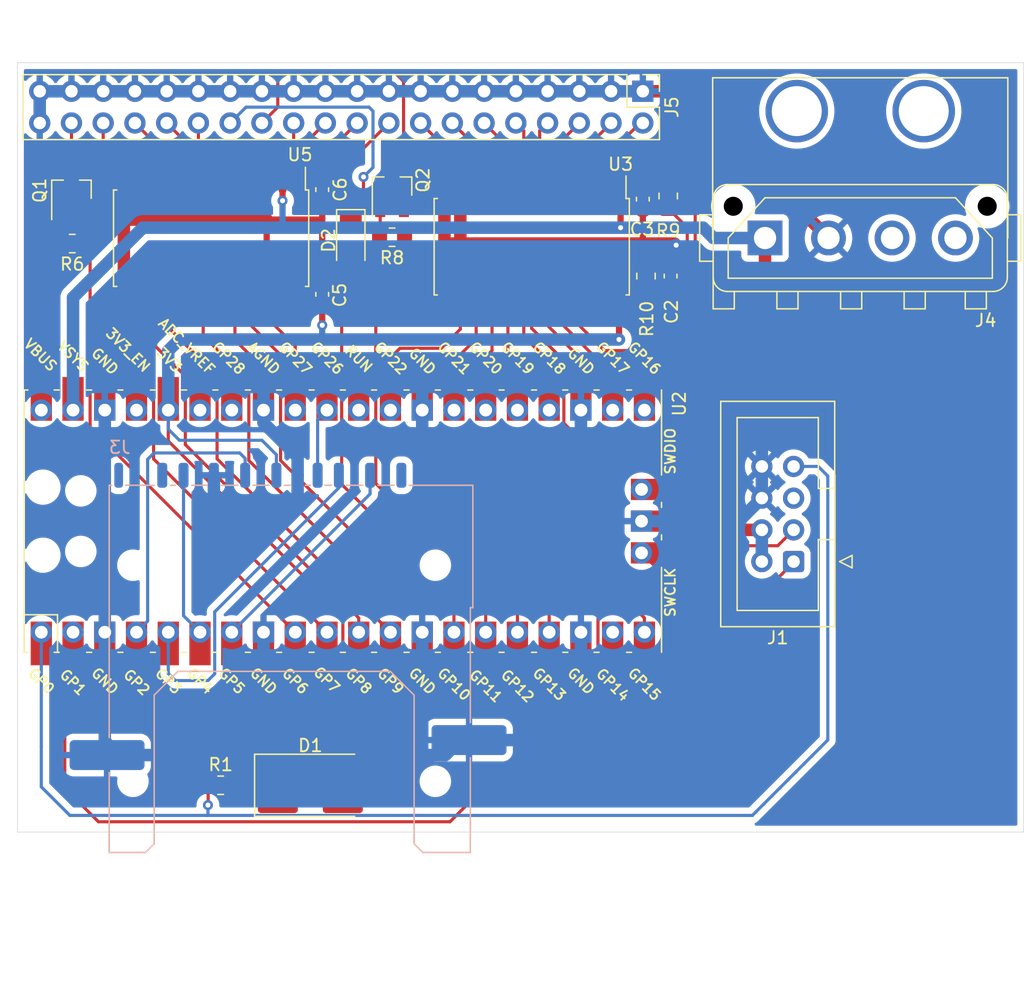
<source format=kicad_pcb>
(kicad_pcb (version 20211014) (generator pcbnew)
  (layers (0 "F.Cu" signal) (31 "B.Cu" signal) (34 "B.Paste" user) (35 "F.Paste" user) (36 "B.SilkS" user "B.Silkscreen") (37 "F.SilkS" user "F.Silkscreen") (38 "B.Mask" user) (39 "F.Mask" user) (44 "Edge.Cuts" user))
  (net 0 "")
  (net 1 "GND")
  (net 2 "+3V3")
  (net 3 "/D7")
  (net 4 "/D6")
  (net 5 "/D5")
  (net 6 "/D4")
  (net 7 "/D3")
  (net 8 "/D2")
  (net 9 "/D1")
  (net 10 "/D0")
  (net 11 "/WAIT")
  (net 12 "/INTAK")
  (net 13 "/RESET")
  (net 14 "/NMI")
  (net 15 "/A1")
  (net 16 "/A0")
  (net 17 "/OE")
  (net 18 "/DIR")
  (net 19 "/DRVSEL")
  (net 20 "/RDNMI")
  (net 21 "/WRNMI")
  (net 22 "/DISKOUT")
  (net 23 "/DISKIN")
  (net 24 "Net-(Q1-Pad1)")
  (net 25 "Net-(Q2-Pad1)")
  (net 26 "/DAT0_MISO")
  (net 27 "/CLK_SCLK")
  (net 28 "/CMD_MOSI")
  (net 29 "/DAT3_CS")
  (net 30 "/SWDIO")
  (net 31 "/SWCLK")
  (net 32 "Net-(U2-Pad35)")
  (net 33 "Net-(U2-Pad37)")
  (net 34 "Net-(U2-Pad40)")
  (net 35 "/D0'")
  (net 36 "/D1'")
  (net 37 "/D2'")
  (net 38 "/D3'")
  (net 39 "/D4'")
  (net 40 "/D5'")
  (net 41 "/D6'")
  (net 42 "/D7'")
  (net 43 "/DEBUG_TXD")
  (net 44 "/DISKIN'")
  (net 45 "/DISKOUT'")
  (net 46 "/WRNMI'")
  (net 47 "/RDNMI'")
  (net 48 "/DRVSEL'")
  (net 49 "/A0'")
  (net 50 "/A1'")
  (net 51 "/RESET'")
  (net 52 "/CD")
  (net 53 "/WAIT'")
  (net 54 "/NMI'")
  (net 55 "+5V")
  (net 56 "Net-(U2-Pad30)")
  (net 57 "Net-(D1-Pad1)")
  (footprint "Package_SO:SOIC-24W_7.5x15.4mm_P1.27mm" (layer "F.Cu") (at 153.416 72.898 -90)
    (fp_text reference "U3")
    (fp_text value "SN74LVCC4245ADWR")
  )
  (footprint "Package_TO_SOT_SMD:SOT-23_Handsoldering" (layer "F.Cu") (at 116.586 68.326 90)
    (fp_text reference "Q1")
    (fp_text value "SBC817-40LT1G")
  )
  (footprint "Resistor_SMD:R_0805_2012Metric_Pad1.20x1.40mm_HandSolder" (layer "F.Cu") (at 116.6495 72.644 180)
    (fp_text reference "R6")
    (fp_text value "1k")
  )
  (footprint "Resistor_SMD:R_0805_2012Metric_Pad1.20x1.40mm_HandSolder" (layer "F.Cu") (at 142.24 72.136 180)
    (fp_text reference "R8")
    (fp_text value "1k")
  )
  (footprint "Package_SO:SOIC-24W_7.5x15.4mm_P1.27mm" (layer "F.Cu") (at 127.762 72.214 -90)
    (fp_text reference "U5")
    (fp_text value "SN74LVCC4245ADWR")
  )
  (footprint "Package_TO_SOT_SMD:SOT-23_Handsoldering" (layer "F.Cu") (at 142.24 68.072 90)
    (fp_text reference "Q2")
    (fp_text value "SBC817-40LT1G")
  )
  (footprint "Resistor_SMD:R_0805_2012Metric_Pad1.20x1.40mm_HandSolder" (layer "F.Cu") (at 164.338 68.834 90)
    (fp_text reference "R9")
    (fp_text value "4.7k")
  )
  (footprint "Resistor_SMD:R_0805_2012Metric_Pad1.20x1.40mm_HandSolder" (layer "F.Cu") (at 162.56 75.2475 90)
    (fp_text reference "R10")
    (fp_text value "4.7k")
  )
  (footprint "Capacitor_SMD:C_0603_1608Metric_Pad1.08x0.95mm_HandSolder" (layer "F.Cu") (at 164.5285 75.2475 90)
    (fp_text reference "C2")
    (fp_text value "100nF")
  )
  (footprint "Capacitor_SMD:C_0603_1608Metric_Pad1.08x0.95mm_HandSolder" (layer "F.Cu") (at 162.306 69.088 -90)
    (fp_text reference "C3")
    (fp_text value "100nF")
  )
  (footprint "Capacitor_SMD:C_0603_1608Metric_Pad1.08x0.95mm_HandSolder" (layer "F.Cu") (at 136.652 76.708 90)
    (fp_text reference "C5")
    (fp_text value "100nF")
  )
  (footprint "Capacitor_SMD:C_0603_1608Metric_Pad1.08x0.95mm_HandSolder" (layer "F.Cu") (at 136.652 68.326 -90)
    (fp_text reference "C6")
    (fp_text value "100nF")
  )
  (footprint "Diode_SMD:D_1206_3216Metric_Pad1.42x1.75mm_HandSolder" (layer "F.Cu") (at 138.938 72.39 -90)
    (fp_text reference "D2")
    (fp_text value "BAT54GWJ")
  )
  (footprint "Connector_PinHeader_2.54mm:PinHeader_2x20_P2.54mm_Vertical" (layer "F.Cu") (at 162.306 60.452 -90)
    (fp_text reference "J5")
    (fp_text value "Conn_02x20_Odd_Even")
  )
  (footprint "Connector_IDC:IDC-Header_2x04_P2.54mm_Vertical" (layer "F.Cu") (at 174.371 98.1075 180)
    (fp_text reference "J1")
    (fp_text value "Conn_02x04_Odd_Even")
  )
  (footprint "FDC:TE_MATE-N-LOK_350211-1_1x04_P5.08mm_Horizontal" (layer "F.Cu") (at 187.325 72.1995 180)
    (fp_text reference "J4")
    (fp_text value "Conn_01x04_Female")
  )
  (footprint "PiPico:RPi_Pico_SMD_TH" (layer "F.Cu") (at 138.303 94.869 90)
    (fp_text reference "U2")
    (fp_text value "Pico")
  )
  (footprint "LED_SMD:LED_2816_7142Metric_Pad3.20x4.45mm_HandSolder" (layer "F.Cu") (at 135.6995 116.0145)
    (fp_text reference "D1")
    (fp_text value "LED")
  )
  (footprint "Resistor_SMD:R_0805_2012Metric_Pad1.20x1.40mm_HandSolder" (layer "F.Cu") (at 128.524 116.0145 180)
    (fp_text reference "R1")
    (fp_text value "100")
  )
  (footprint "Connector_Card:SD_Kyocera_145638109511859+" (layer "B.Cu") (at 133.604 103.6955 180)
    (fp_text reference "J3")
    (fp_text value "SD_Card")
  )
  (gr_line (start 112.268 119.761) (end 192.786 119.761) (layer "Edge.Cuts") (width 0.05))
  (gr_line (start 192.786 119.761) (end 192.786 58.166) (layer "Edge.Cuts") (width 0.05))
  (gr_line (start 112.268 58.166) (end 192.786 58.166) (layer "Edge.Cuts") (width 0.05))
  (gr_line (start 112.268 58.166) (end 112.268 119.761) (layer "Edge.Cuts") (width 0.05))
  (segment (start 165.4175 60.452) (end 162.306 60.452) (width 1) (layer "F.Cu") (net 1))
  (segment (start 143.19 69.572) (end 146.3915 69.572) (width 1) (layer "F.Cu") (net 1))
  (segment (start 147.6375 72.644) (end 146.431 72.644) (width 1) (layer "F.Cu") (net 1))
  (segment (start 162.306 72.644) (end 162.306 72.263) (width 0.5) (layer "F.Cu") (net 1))
  (segment (start 132.207 70.724502) (end 122.061498 70.724502) (width 1) (layer "F.Cu") (net 1))
  (segment (start 132.207 73.8505) (end 132.207 70.724502) (width 0.5) (layer "F.Cu") (net 1))
  (segment (start 177.165 72.1995) (end 165.4175 60.452) (width 1) (layer "F.Cu") (net 1))
  (segment (start 164.391 74.2475) (end 164.5285 74.385) (width 0.25) (layer "F.Cu") (net 1))
  (segment (start 132.207 76.864) (end 132.207 73.8505) (width 0.5) (layer "F.Cu") (net 1))
  (segment (start 136.652 73.8505) (end 136.652 70.612) (width 0.5) (layer "F.Cu") (net 1))
  (segment (start 146.3915 69.572) (end 146.431 69.5325) (width 1) (layer "F.Cu") (net 1))
  (segment (start 162.306 72.644) (end 147.6375 72.644) (width 1) (layer "F.Cu") (net 1))
  (segment (start 120.777 70.739) (end 120.777 69.723) (width 1) (layer "F.Cu") (net 1))
  (segment (start 122.047 70.710004) (end 122.061498 70.724502) (width 1) (layer "F.Cu") (net 1))
  (segment (start 120.791498 70.724502) (end 120.777 70.739) (width 1) (layer "F.Cu") (net 1))
  (segment (start 117.536 69.834) (end 120.666 69.834) (width 1) (layer "F.Cu") (net 1))
  (segment (start 147.701 72.5805) (end 147.6375 72.644) (width 1) (layer "F.Cu") (net 1))
  (segment (start 119.253 80.137) (end 119.253 85.979) (width 1) (layer "F.Cu") (net 1))
  (segment (start 162.306 72.644) (end 162.306 73.9935) (width 0.5) (layer "F.Cu") (net 1))
  (segment (start 146.431 77.548) (end 146.431 72.644) (width 1) (layer "F.Cu") (net 1))
  (segment (start 147.701 68.248) (end 147.701 72.5805) (width 1) (layer "F.Cu") (net 1))
  (segment (start 122.061498 70.724502) (end 120.791498 70.724502) (width 1) (layer "F.Cu") (net 1))
  (segment (start 164.846 72.644) (end 164.973 72.771) (width 0.5) (layer "F.Cu") (net 1))
  (segment (start 132.207 70.724502) (end 136.539498 70.724502) (width 0.5) (layer "F.Cu") (net 1))
  (segment (start 122.047 67.564) (end 122.047 70.710004) (width 1) (layer "F.Cu") (net 1))
  (segment (start 162.306 73.9935) (end 162.56 74.2475) (width 0.5) (layer "F.Cu") (net 1))
  (segment (start 120.777 67.564) (end 120.777 69.723) (width 1) (layer "F.Cu") (net 1))
  (segment (start 136.539498 70.724502) (end 136.652 70.612) (width 0.5) (layer "F.Cu") (net 1))
  (segment (start 136.652 75.8455) (end 136.652 73.8505) (width 0.5) (layer "F.Cu") (net 1))
  (segment (start 162.306 72.263) (end 162.306 69.863) (width 0.5) (layer "F.Cu") (net 1))
  (segment (start 120.777 69.723) (end 120.666 69.834) (width 0.5) (layer "F.Cu") (net 1))
  (segment (start 136.652 70.612) (end 136.652 69.1885) (width 0.5) (layer "F.Cu") (net 1))
  (segment (start 146.431 69.5325) (end 146.431 72.644) (width 1) (layer "F.Cu") (net 1))
  (segment (start 120.777 76.864) (end 120.777 78.613) (width 1) (layer "F.Cu") (net 1))
  (segment (start 162.306 72.644) (end 164.846 72.644) (width 1) (layer "F.Cu") (net 1))
  (segment (start 120.777 78.613) (end 119.253 80.137) (width 1) (layer "F.Cu") (net 1))
  (segment (start 146.431 68.248) (end 146.431 69.5325) (width 1) (layer "F.Cu") (net 1))
  (segment (start 120.777 76.864) (end 120.777 70.739) (width 1) (layer "F.Cu") (net 1))
  (segment (start 162.56 74.2475) (end 164.391 74.2475) (width 0.25) (layer "F.Cu") (net 1))
  (via (at 164.973 72.771) (size 0.8) (drill 0.4) (layers "F.Cu" "B.Cu") (net 1))
  (segment (start 164.02 112.3955) (end 167.005 109.4105) (width 1) (layer "B.Cu") (net 1))
  (segment (start 144.653 85.979) (end 144.653 88.3285) (width 1) (layer "B.Cu") (net 1))
  (segment (start 164.973 72.771) (end 166.624 74.422) (width 1) (layer "B.Cu") (net 1))
  (segment (start 116.586 60.452) (end 119.126 60.452) (width 1) (layer "B.Cu") (net 1))
  (segment (start 119.253 112.4945) (end 120.354 113.5955) (width 1) (layer "B.Cu") (net 1))
  (segment (start 152.146 60.452) (end 154.686 60.452) (width 1) (layer "B.Cu") (net 1))
  (segment (start 136.906 60.452) (end 139.446 60.452) (width 1) (layer "B.Cu") (net 1))
  (segment (start 147.066 60.452) (end 149.606 60.452) (width 1) (layer "B.Cu") (net 1))
  (segment (start 149.606 60.452) (end 152.146 60.452) (width 1) (layer "B.Cu") (net 1))
  (segment (start 132.715 81.8515) (end 144.018 81.8515) (width 1) (layer "B.Cu") (net 1))
  (segment (start 129.286 60.452) (end 131.826 60.452) (width 1) (layer "B.Cu") (net 1))
  (segment (start 131.953 85.979) (end 131.953 86.995) (width 1) (layer "B.Cu") (net 1))
  (segment (start 127.984 93.186) (end 127.984 91.1955) (width 1) (layer "B.Cu") (net 1))
  (segment (start 114.046 60.452) (end 116.586 60.452) (width 1) (layer "B.Cu") (net 1))
  (segment (start 144.526 60.452) (end 147.066 60.452) (width 1) (layer "B.Cu") (net 1))
  (segment (start 157.353 88.392) (end 171.7675 88.392) (width 1) (layer "B.Cu") (net 1))
  (segment (start 154.686 60.452) (end 157.226 60.452) (width 1) (layer "B.Cu") (net 1))
  (segment (start 171.831 90.4875) (end 171.831 88.3285) (width 1) (layer "B.Cu") (net 1))
  (segment (start 134.684 89.726) (end 134.684 91.1955) (width 1) (layer "B.Cu") (net 1))
  (segment (start 157.353 85.979) (end 157.353 88.392) (width 1) (layer "B.Cu") (net 1))
  (segment (start 144.659 113.5955) (end 146.504 113.5955) (width 1) (layer "B.Cu") (net 1))
  (segment (start 171.831 88.3285) (end 171.831 85.2805) (width 1) (layer "B.Cu") (net 1))
  (segment (start 171.7675 88.392) (end 171.831 88.3285) (width 1) (layer "B.Cu") (net 1))
  (segment (start 126.746 60.452) (end 129.286 60.452) (width 1) (layer "B.Cu") (net 1))
  (segment (start 162.203 94.869) (end 167.005 94.869) (width 1) (layer "B.Cu") (net 1))
  (segment (start 131.953 113.526) (end 131.8835 113.5955) (width 1) (layer "B.Cu") (net 1))
  (segment (start 131.826 60.452) (end 134.366 60.452) (width 1) (layer "B.Cu") (net 1))
  (segment (start 119.253 103.759) (end 119.253 107.7595) (width 1) (layer "B.Cu") (net 1))
  (segment (start 133.858 93.98) (end 128.778 93.98) (width 1) (layer "B.Cu") (net 1))
  (segment (start 139.446 60.452) (end 141.986 60.452) (width 1) (layer "B.Cu") (net 1))
  (segment (start 146.504 113.5955) (end 147.704 112.3955) (width 1) (layer "B.Cu") (net 1))
  (segment (start 131.953 82.6135) (end 132.715 81.8515) (width 1) (layer "B.Cu") (net 1))
  (segment (start 167.005 94.869) (end 169.9895 94.869) (width 1) (layer "B.Cu") (net 1))
  (segment (start 144.653 88.3285) (end 144.7165 88.392) (width 1) (layer "B.Cu") (net 1))
  (segment (start 120.354 113.5955) (end 131.8835 113.5955) (width 1) (layer "B.Cu") (net 1))
  (segment (start 119.253 85.979) (end 119.253 103.759) (width 1) (layer "B.Cu") (net 1))
  (segment (start 144.653 82.4865) (end 144.653 85.979) (width 1) (layer "B.Cu") (net 1))
  (segment (start 144.653 113.5895) (end 144.659 113.5955) (width 1) (layer "B.Cu") (net 1))
  (segment (start 121.666 60.452) (end 124.206 60.452) (width 1) (layer "B.Cu") (net 1))
  (segment (start 167.005 109.4105) (end 167.005 94.869) (width 1) (layer "B.Cu") (net 1))
  (segment (start 134.684 91.1955) (end 134.684 93.154) (width 1) (layer "B.Cu") (net 1))
  (segment (start 157.4795 112.3955) (end 164.02 112.3955) (width 1) (layer "B.Cu") (net 1))
  (segment (start 131.953 85.979) (end 131.953 82.6135) (width 1) (layer "B.Cu") (net 1))
  (segment (start 157.226 60.452) (end 159.766 60.452) (width 1) (layer "B.Cu") (net 1))
  (segment (start 134.366 60.452) (end 136.906 60.452) (width 1) (layer "B.Cu") (net 1))
  (segment (start 128.778 93.98) (end 127.984 93.186) (width 1) (layer "B.Cu") (net 1))
  (segment (start 171.831 85.2805) (end 166.624 80.0735) (width 1) (layer "B.Cu") (net 1))
  (segment (start 131.953 103.759) (end 131.953 113.526) (width 1) (layer "B.Cu") (net 1))
  (segment (start 157.353 112.269) (end 157.4795 112.3955) (width 1) (layer "B.Cu") (net 1))
  (segment (start 114.046 62.992) (end 114.046 60.452) (width 1) (layer "B.Cu") (net 1))
  (segment (start 171.831 93.0275) (end 171.831 90.4875) (width 1) (layer "B.Cu") (net 1))
  (segment (start 157.353 103.759) (end 157.353 112.269) (width 1) (layer "B.Cu") (net 1))
  (segment (start 144.653 103.759) (end 144.653 113.5895) (width 1) (layer "B.Cu") (net 1))
  (segment (start 132.4035 113.5955) (end 144.659 113.5955) (width 1) (layer "B.Cu") (net 1))
  (segment (start 131.953 86.995) (end 134.684 89.726) (width 1) (layer "B.Cu") (net 1))
  (segment (start 131.8835 113.5955) (end 132.4035 113.5955) (width 1) (layer "B.Cu") (net 1))
  (segment (start 141.986 60.452) (end 144.526 60.452) (width 1) (layer "B.Cu") (net 1))
  (segment (start 119.126 60.452) (end 121.666 60.452) (width 1) (layer "B.Cu") (net 1))
  (segment (start 144.018 81.8515) (end 144.653 82.4865) (width 1) (layer "B.Cu") (net 1))
  (segment (start 144.7165 88.392) (end 157.353 88.392) (width 1) (layer "B.Cu") (net 1))
  (segment (start 169.9895 94.869) (end 171.831 93.0275) (width 1) (layer "B.Cu") (net 1))
  (segment (start 166.624 74.422) (end 166.624 80.0735) (width 1) (layer "B.Cu") (net 1))
  (segment (start 147.704 112.3955) (end 157.4795 112.3955) (width 1) (layer "B.Cu") (net 1))
  (segment (start 119.253 107.7595) (end 119.253 112.4945) (width 1) (layer "B.Cu") (net 1))
  (segment (start 159.766 60.452) (end 162.306 60.452) (width 1) (layer "B.Cu") (net 1))
  (segment (start 134.684 93.154) (end 133.858 93.98) (width 1) (layer "B.Cu") (net 1))
  (segment (start 124.206 60.452) (end 126.746 60.452) (width 1) (layer "B.Cu") (net 1))
  (segment (start 124.333 88.454) (end 138.303 102.424) (width 0.25) (layer "F.Cu") (net 2))
  (segment (start 138.303 116.011) (end 138.2995 116.0145) (width 0.25) (layer "F.Cu") (net 2))
  (segment (start 160.401 77.548) (end 163.9425 77.548) (width 0.25) (layer "F.Cu") (net 2))
  (segment (start 165.862 75.3745) (end 165.862 71.358) (width 0.25) (layer "F.Cu") (net 2))
  (segment (start 135.4535 77.5705) (end 134.747 76.864) (width 0.5) (layer "F.Cu") (net 2))
  (segment (start 164.5285 76.11) (end 165.1265 76.11) (width 0.25) (layer "F.Cu") (net 2))
  (segment (start 164.5285 76.962) (end 164.5285 76.11) (width 0.25) (layer "F.Cu") (net 2))
  (segment (start 160.401 77.548) (end 160.401 80.3275) (width 0.5) (layer "F.Cu") (net 2))
  (segment (start 165.1265 76.11) (end 165.862 75.3745) (width 0.25) (layer "F.Cu") (net 2))
  (segment (start 124.333 85.979) (end 124.333 88.454) (width 0.25) (layer "F.Cu") (net 2))
  (segment (start 133.477 76.864) (end 134.747 76.864) (width 0.5) (layer "F.Cu") (net 2))
  (segment (start 160.401 77.548) (end 159.131 77.548) (width 0.5) (layer "F.Cu") (net 2))
  (segment (start 165.862 71.358) (end 164.338 69.834) (width 0.25) (layer "F.Cu") (net 2))
  (segment (start 138.303 102.424) (end 138.303 116.011) (width 0.25) (layer "F.Cu") (net 2))
  (segment (start 136.652 77.5705) (end 135.4535 77.5705) (width 0.5) (layer "F.Cu") (net 2))
  (segment (start 163.9425 77.548) (end 164.5285 76.962) (width 0.25) (layer "F.Cu") (net 2))
  (segment (start 136.652 77.5705) (end 136.652 79.1845) (width 0.5) (layer "F.Cu") (net 2))
  (via (at 160.401 80.3275) (size 0.8) (drill 0.4) (layers "F.Cu" "B.Cu") (net 2))
  (via (at 136.652 79.1845) (size 0.8) (drill 0.4) (layers "F.Cu" "B.Cu") (net 2))
  (segment (start 132.984 89.55) (end 132.984 91.1955) (width 0.25) (layer "B.Cu") (net 2))
  (segment (start 131.826 88.392) (end 132.984 89.55) (width 0.25) (layer "B.Cu") (net 2))
  (segment (start 125.222 88.392) (end 131.826 88.392) (width 0.25) (layer "B.Cu") (net 2))
  (segment (start 124.333 81.2165) (end 124.333 85.979) (width 1) (layer "B.Cu") (net 2))
  (segment (start 136.652 80.3275) (end 125.222 80.3275) (width 1) (layer "B.Cu") (net 2))
  (segment (start 124.333 85.979) (end 124.333 87.503) (width 0.25) (layer "B.Cu") (net 2))
  (segment (start 124.333 87.503) (end 125.222 88.392) (width 0.25) (layer "B.Cu") (net 2))
  (segment (start 160.401 80.3275) (end 136.652 80.3275) (width 1) (layer "B.Cu") (net 2))
  (segment (start 125.222 80.3275) (end 124.333 81.2165) (width 1) (layer "B.Cu") (net 2))
  (segment (start 136.652 79.1845) (end 136.652 80.3275) (width 0.5) (layer "B.Cu") (net 2))
  (segment (start 148.971 67.437) (end 144.526 62.992) (width 0.25) (layer "F.Cu") (net 3))
  (segment (start 148.971 68.248) (end 148.971 67.437) (width 0.25) (layer "F.Cu") (net 3))
  (segment (start 150.241 66.167) (end 147.066 62.992) (width 0.25) (layer "F.Cu") (net 4))
  (segment (start 150.241 68.248) (end 150.241 66.167) (width 0.25) (layer "F.Cu") (net 4))
  (segment (start 151.511 64.897) (end 149.606 62.992) (width 0.25) (layer "F.Cu") (net 5))
  (segment (start 151.511 68.248) (end 151.511 64.897) (width 0.25) (layer "F.Cu") (net 5))
  (segment (start 152.781 68.248) (end 152.781 63.627) (width 0.25) (layer "F.Cu") (net 6))
  (segment (start 152.781 63.627) (end 152.146 62.992) (width 0.25) (layer "F.Cu") (net 6))
  (segment (start 154.051 68.248) (end 154.051 63.627) (width 0.25) (layer "F.Cu") (net 7))
  (segment (start 154.051 63.627) (end 154.686 62.992) (width 0.25) (layer "F.Cu") (net 7))
  (segment (start 155.321 64.897) (end 157.226 62.992) (width 0.25) (layer "F.Cu") (net 8))
  (segment (start 155.321 68.248) (end 155.321 64.897) (width 0.25) (layer "F.Cu") (net 8))
  (segment (start 156.591 66.167) (end 159.766 62.992) (width 0.25) (layer "F.Cu") (net 9))
  (segment (start 156.591 68.248) (end 156.591 66.167) (width 0.25) (layer "F.Cu") (net 9))
  (segment (start 157.861 68.248) (end 157.861 67.223) (width 0.25) (layer "F.Cu") (net 10))
  (segment (start 162.092 62.992) (end 162.306 62.992) (width 0.25) (layer "F.Cu") (net 10))
  (segment (start 157.861 67.223) (end 162.092 62.992) (width 0.25) (layer "F.Cu") (net 10))
  (segment (start 116.586 66.826) (end 116.586 62.992) (width 0.25) (layer "F.Cu") (net 11))
  (segment (start 126.746 65.786) (end 126.746 62.992) (width 0.25) (layer "F.Cu") (net 12))
  (segment (start 127.127 66.167) (end 126.746 65.786) (width 0.25) (layer "F.Cu") (net 12))
  (segment (start 127.127 66.167) (end 127.127 67.564) (width 0.25) (layer "F.Cu") (net 12))
  (segment (start 139.954 69.342) (end 139.954 67.31) (width 0.25) (layer "F.Cu") (net 13))
  (segment (start 138.938 70.74) (end 138.938 70.358) (width 0.25) (layer "F.Cu") (net 13))
  (segment (start 138.938 70.358) (end 139.954 69.342) (width 0.25) (layer "F.Cu") (net 13))
  (via (at 139.954 67.31) (size 0.8) (drill 0.4) (layers "F.Cu" "B.Cu") (net 13))
  (segment (start 129.286 62.992) (end 130.556 61.722) (width 0.25) (layer "B.Cu") (net 13))
  (segment (start 140.3985 61.722) (end 140.716 62.0395) (width 0.25) (layer "B.Cu") (net 13))
  (segment (start 140.716 62.0395) (end 140.716 66.548) (width 0.25) (layer "B.Cu") (net 13))
  (segment (start 130.556 61.722) (end 140.3985 61.722) (width 0.25) (layer "B.Cu") (net 13))
  (segment (start 140.716 66.548) (end 139.954 67.31) (width 0.25) (layer "B.Cu") (net 13))
  (segment (start 133.096 59.4995) (end 133.096 61.722) (width 0.25) (layer "F.Cu") (net 14))
  (segment (start 143.161001 59.658501) (end 142.5575 59.055) (width 0.25) (layer "F.Cu") (net 14))
  (segment (start 143.161001 65.650999) (end 143.161001 59.658501) (width 0.25) (layer "F.Cu") (net 14))
  (segment (start 133.5405 59.055) (end 133.096 59.4995) (width 0.25) (layer "F.Cu") (net 14))
  (segment (start 142.5575 59.055) (end 133.5405 59.055) (width 0.25) (layer "F.Cu") (net 14))
  (segment (start 142.24 66.572) (end 143.161001 65.650999) (width 0.25) (layer "F.Cu") (net 14))
  (segment (start 133.096 61.722) (end 131.826 62.992) (width 0.25) (layer "F.Cu") (net 14))
  (segment (start 134.112 64.77) (end 134.366 64.516) (width 0.25) (layer "F.Cu") (net 15))
  (segment (start 134.366 64.516) (end 134.366 62.992) (width 0.25) (layer "F.Cu") (net 15))
  (segment (start 129.794 64.77) (end 134.112 64.77) (width 0.25) (layer "F.Cu") (net 15))
  (segment (start 128.397 66.167) (end 129.794 64.77) (width 0.25) (layer "F.Cu") (net 15))
  (segment (start 128.397 67.564) (end 128.397 66.167) (width 0.25) (layer "F.Cu") (net 15))
  (segment (start 134.67799 65.22001) (end 136.906 62.992) (width 0.25) (layer "F.Cu") (net 16))
  (segment (start 130.61399 65.22001) (end 134.67799 65.22001) (width 0.25) (layer "F.Cu") (net 16))
  (segment (start 129.667 66.167) (end 130.61399 65.22001) (width 0.25) (layer "F.Cu") (net 16))
  (segment (start 129.667 67.564) (end 129.667 66.167) (width 0.25) (layer "F.Cu") (net 16))
  (segment (start 116.051499 116.241999) (end 118.745 118.9355) (width 0.25) (layer "F.Cu") (net 17))
  (segment (start 158.717999 89.756999) (end 155.988001 87.027001) (width 0.25) (layer "F.Cu") (net 17))
  (segment (start 158.18601 76.19799) (end 162.51049 76.19799) (width 0.25) (layer "F.Cu") (net 17))
  (segment (start 157.861 76.523) (end 158.18601 76.19799) (width 0.25) (layer "F.Cu") (net 17))
  (segment (start 116.713 103.759) (end 116.051499 104.420501) (width 0.25) (layer "F.Cu") (net 17))
  (segment (start 153.40601 76.20999) (end 154.051 75.565) (width 0.25) (layer "F.Cu") (net 17))
  (segment (start 162.51049 76.19799) (end 162.56 76.2475) (width 0.25) (layer "F.Cu") (net 17))
  (segment (start 155.988001 82.010501) (end 153.40601 79.42851) (width 0.25) (layer "F.Cu") (net 17))
  (segment (start 118.745 118.9355) (end 146.874998 118.9355) (width 0.25) (layer "F.Cu") (net 17))
  (segment (start 157.4165 75.565) (end 157.861 76.0095) (width 0.25) (layer "F.Cu") (net 17))
  (segment (start 146.874998 118.9355) (end 158.717999 107.092499) (width 0.25) (layer "F.Cu") (net 17))
  (segment (start 158.717999 107.092499) (end 158.717999 89.756999) (width 0.25) (layer "F.Cu") (net 17))
  (segment (start 116.051499 104.420501) (end 116.051499 116.241999) (width 0.25) (layer "F.Cu") (net 17))
  (segment (start 155.988001 87.027001) (end 155.988001 82.010501) (width 0.25) (layer "F.Cu") (net 17))
  (segment (start 157.861 76.0095) (end 157.861 77.548) (width 0.25) (layer "F.Cu") (net 17))
  (segment (start 154.051 75.565) (end 157.4165 75.565) (width 0.25) (layer "F.Cu") (net 17))
  (segment (start 157.861 77.548) (end 157.861 76.523) (width 0.25) (layer "F.Cu") (net 17))
  (segment (start 153.40601 79.42851) (end 153.40601 76.20999) (width 0.25) (layer "F.Cu") (net 17))
  (segment (start 160.147 90.551) (end 161.3535 89.3445) (width 0.25) (layer "F.Cu") (net 18))
  (segment (start 165.5445 89.3445) (end 166.497 88.392) (width 0.25) (layer "F.Cu") (net 18))
  (segment (start 164.7825 103.124) (end 160.147 98.4885) (width 0.25) (layer "F.Cu") (net 18))
  (segment (start 166.497 68.707) (end 165.624 67.834) (width 0.25) (layer "F.Cu") (net 18))
  (segment (start 165.624 67.834) (end 164.338 67.834) (width 0.25) (layer "F.Cu") (net 18))
  (segment (start 160.147 98.4885) (end 160.147 90.551) (width 0.25) (layer "F.Cu") (net 18))
  (segment (start 160.528 107.569) (end 164.084 107.569) (width 0.25) (layer "F.Cu") (net 18))
  (segment (start 159.766 66.294) (end 164.084 66.294) (width 0.25) (layer "F.Cu") (net 18))
  (segment (start 159.131 66.929) (end 159.766 66.294) (width 0.25) (layer "F.Cu") (net 18))
  (segment (start 159.893 103.759) (end 159.893 106.934) (width 0.25) (layer "F.Cu") (net 18))
  (segment (start 159.893 106.934) (end 160.528 107.569) (width 0.25) (layer "F.Cu") (net 18))
  (segment (start 164.7825 106.8705) (end 164.7825 103.124) (width 0.25) (layer "F.Cu") (net 18))
  (segment (start 164.084 107.569) (end 164.7825 106.8705) (width 0.25) (layer "F.Cu") (net 18))
  (segment (start 164.338 66.548) (end 164.338 67.834) (width 0.25) (layer "F.Cu") (net 18))
  (segment (start 166.497 88.392) (end 166.497 68.707) (width 0.25) (layer "F.Cu") (net 18))
  (segment (start 161.3535 89.3445) (end 165.5445 89.3445) (width 0.25) (layer "F.Cu") (net 18))
  (segment (start 159.131 68.248) (end 159.131 66.929) (width 0.25) (layer "F.Cu") (net 18))
  (segment (start 164.084 66.294) (end 164.338 66.548) (width 0.25) (layer "F.Cu") (net 18))
  (segment (start 121.802 65.024) (end 119.634 65.024) (width 0.25) (layer "F.Cu") (net 19))
  (segment (start 123.317 66.539) (end 121.802 65.024) (width 0.25) (layer "F.Cu") (net 19))
  (segment (start 119.126 64.516) (end 119.126 62.992) (width 0.25) (layer "F.Cu") (net 19))
  (segment (start 123.317 67.564) (end 123.317 66.539) (width 0.25) (layer "F.Cu") (net 19))
  (segment (start 119.634 65.024) (end 119.126 64.516) (width 0.25) (layer "F.Cu") (net 19))
  (segment (start 124.587 67.564) (end 124.587 65.913) (width 0.25) (layer "F.Cu") (net 20))
  (segment (start 124.587 65.913) (end 121.666 62.992) (width 0.25) (layer "F.Cu") (net 20))
  (segment (start 125.857 67.564) (end 125.857 64.643) (width 0.25) (layer "F.Cu") (net 21))
  (segment (start 125.857 64.643) (end 124.206 62.992) (width 0.25) (layer "F.Cu") (net 21))
  (segment (start 130.937 67.564) (end 130.937 66.30502) (width 0.25) (layer "F.Cu") (net 22))
  (segment (start 131.572 65.67002) (end 136.76798 65.67002) (width 0.25) (layer "F.Cu") (net 22))
  (segment (start 136.76798 65.67002) (end 139.446 62.992) (width 0.25) (layer "F.Cu") (net 22))
  (segment (start 130.937 66.30502) (end 131.572 65.67002) (width 0.25) (layer "F.Cu") (net 22))
  (segment (start 138.857971 66.120029) (end 132.334 66.12003) (width 0.25) (layer "F.Cu") (net 23))
  (segment (start 132.334 66.12003) (end 132.207 66.24703) (width 0.25) (layer "F.Cu") (net 23))
  (segment (start 141.986 62.992) (end 138.857971 66.120029) (width 0.25) (layer "F.Cu") (net 23))
  (segment (start 132.207 66.24703) (end 132.207 67.564) (width 0.25) (layer "F.Cu") (net 23))
  (segment (start 115.636 72.6305) (end 115.6495 72.644) (width 0.25) (layer "F.Cu") (net 24))
  (segment (start 115.636 69.826) (end 115.636 72.6305) (width 0.25) (layer "F.Cu") (net 24))
  (segment (start 141.29 72.086) (end 141.24 72.136) (width 0.25) (layer "F.Cu") (net 25))
  (segment (start 141.29 69.572) (end 141.29 72.086) (width 0.25) (layer "F.Cu") (net 25))
  (segment (start 126.873 103.759) (end 125.554 102.44) (width 0.25) (layer "B.Cu") (net 26))
  (segment (start 125.554 102.44) (end 125.554 91.1955) (width 0.25) (layer "B.Cu") (net 26))
  (segment (start 130.484 91.1955) (end 130.484 89.844) (width 0.25) (layer "B.Cu") (net 27))
  (segment (start 122.682 89.916) (end 122.682 102.87) (width 0.25) (layer "B.Cu") (net 27))
  (segment (start 130.484 89.844) (end 130.048 89.408) (width 0.25) (layer "B.Cu") (net 27))
  (segment (start 123.19 89.408) (end 122.682 89.916) (width 0.25) (layer "B.Cu") (net 27))
  (segment (start 130.048 89.408) (end 123.19 89.408) (width 0.25) (layer "B.Cu") (net 27))
  (segment (start 122.682 102.87) (end 121.793 103.759) (width 0.25) (layer "B.Cu") (net 27))
  (segment (start 127.508 107.6325) (end 124.9045 107.6325) (width 0.25) (layer "B.Cu") (net 28))
  (segment (start 128.048001 107.092499) (end 127.508 107.6325) (width 0.25) (layer "B.Cu") (net 28))
  (segment (start 137.984 91.1955) (end 137.984 92.1955) (width 0.25) (layer "B.Cu") (net 28))
  (segment (start 124.9045 107.6325) (end 124.333 107.061) (width 0.25) (layer "B.Cu") (net 28))
  (segment (start 124.333 107.061) (end 124.333 103.759) (width 0.25) (layer "B.Cu") (net 28))
  (segment (start 137.984 92.1955) (end 128.048001 102.131499) (width 0.25) (layer "B.Cu") (net 28))
  (segment (start 128.048001 102.131499) (end 128.048001 107.092499) (width 0.25) (layer "B.Cu") (net 28))
  (segment (start 140.484 92.688) (end 140.484 91.1955) (width 0.25) (layer "B.Cu") (net 29))
  (segment (start 129.413 103.759) (end 140.484 92.688) (width 0.25) (layer "B.Cu") (net 29))
  (segment (start 174.371 95.5675) (end 173.101 96.8375) (width 0.25) (layer "F.Cu") (net 30))
  (segment (start 173.101 96.8375) (end 168.256502 96.8375) (width 0.25) (layer "F.Cu") (net 30))
  (segment (start 163.748002 92.329) (end 162.203 92.329) (width 0.25) (layer "F.Cu") (net 30))
  (segment (start 168.256502 96.8375) (end 163.748002 92.329) (width 0.25) (layer "F.Cu") (net 30))
  (segment (start 174.371 98.171) (end 172.6565 99.8855) (width 0.25) (layer "F.Cu") (net 31))
  (segment (start 174.371 98.1075) (end 174.371 98.171) (width 0.25) (layer "F.Cu") (net 31))
  (segment (start 172.6565 99.8855) (end 164.6795 99.8855) (width 0.25) (layer "F.Cu") (net 31))
  (segment (start 164.6795 99.8855) (end 162.203 97.409) (width 0.25) (layer "F.Cu") (net 31))
  (segment (start 162.433 102.616) (end 159.3215 99.5045) (width 0.25) (layer "F.Cu") (net 35))
  (segment (start 159.3215 99.5045) (end 159.3215 89.789) (width 0.25) (layer "F.Cu") (net 35))
  (segment (start 159.2345 81.2165) (end 163.6395 81.2165) (width 0.25) (layer "F.Cu") (net 35))
  (segment (start 163.6395 81.2165) (end 164.2745 81.8515) (width 0.25) (layer "F.Cu") (net 35))
  (segment (start 160.782 88.3285) (end 163.3855 88.3285) (width 0.25) (layer "F.Cu") (net 35))
  (segment (start 156.591 78.573) (end 159.2345 81.2165) (width 0.25) (layer "F.Cu") (net 35))
  (segment (start 163.3855 88.3285) (end 164.2745 87.4395) (width 0.25) (layer "F.Cu") (net 35))
  (segment (start 159.3215 89.789) (end 160.782 88.3285) (width 0.25) (layer "F.Cu") (net 35))
  (segment (start 164.2745 81.8515) (end 164.2745 87.4395) (width 0.25) (layer "F.Cu") (net 35))
  (segment (start 156.591 77.548) (end 156.591 78.573) (width 0.25) (layer "F.Cu") (net 35))
  (segment (start 162.433 103.759) (end 162.433 102.616) (width 0.25) (layer "F.Cu") (net 35))
  (segment (start 155.321 77.548) (end 155.321 78.573) (width 0.25) (layer "F.Cu") (net 36))
  (segment (start 162.433 82.3595) (end 162.433 85.979) (width 0.25) (layer "F.Cu") (net 36))
  (segment (start 161.74001 81.66651) (end 162.433 82.3595) (width 0.25) (layer "F.Cu") (net 36))
  (segment (start 155.321 78.573) (end 158.41451 81.66651) (width 0.25) (layer "F.Cu") (net 36))
  (segment (start 158.41451 81.66651) (end 161.74001 81.66651) (width 0.25) (layer "F.Cu") (net 36))
  (segment (start 159.893 82.804) (end 159.893 85.979) (width 0.25) (layer "F.Cu") (net 37))
  (segment (start 154.051 78.573) (end 157.8375 82.3595) (width 0.25) (layer "F.Cu") (net 37))
  (segment (start 159.4485 82.3595) (end 159.893 82.804) (width 0.25) (layer "F.Cu") (net 37))
  (segment (start 157.8375 82.3595) (end 159.4485 82.3595) (width 0.25) (layer "F.Cu") (net 37))
  (segment (start 154.051 77.548) (end 154.051 78.573) (width 0.25) (layer "F.Cu") (net 37))
  (segment (start 152.781 77.548) (end 152.781 80.0735) (width 0.25) (layer "F.Cu") (net 38))
  (segment (start 154.813 82.1055) (end 154.813 85.979) (width 0.25) (layer "F.Cu") (net 38))
  (segment (start 152.781 80.0735) (end 154.813 82.1055) (width 0.25) (layer "F.Cu") (net 38))
  (segment (start 152.273 82.1055) (end 152.273 85.979) (width 0.25) (layer "F.Cu") (net 39))
  (segment (start 151.511 77.548) (end 151.511 81.3435) (width 0.25) (layer "F.Cu") (net 39))
  (segment (start 151.511 81.3435) (end 152.273 82.1055) (width 0.25) (layer "F.Cu") (net 39))
  (segment (start 149.733 81.7245) (end 149.733 85.979) (width 0.25) (layer "F.Cu") (net 40))
  (segment (start 150.241 77.548) (end 150.241 81.2165) (width 0.25) (layer "F.Cu") (net 40))
  (segment (start 150.241 81.2165) (end 149.733 81.7245) (width 0.25) (layer "F.Cu") (net 40))
  (segment (start 147.193 82.042) (end 147.193 85.979) (width 0.25) (layer "F.Cu") (net 41))
  (segment (start 148.971 80.264) (end 147.193 82.042) (width 0.25) (layer "F.Cu") (net 41))
  (segment (start 148.971 77.548) (end 148.971 80.264) (width 0.25) (layer "F.Cu") (net 41))
  (segment (start 147.701 77.548) (end 147.701 79.502) (width 0.25) (layer "F.Cu") (net 42))
  (segment (start 142.113 81.788) (end 142.113 85.979) (width 0.25) (layer "F.Cu") (net 42))
  (segment (start 142.875 81.026) (end 142.113 81.788) (width 0.25) (layer "F.Cu") (net 42))
  (segment (start 146.177 81.026) (end 142.875 81.026) (width 0.25) (layer "F.Cu") (net 42))
  (segment (start 147.701 79.502) (end 146.177 81.026) (width 0.25) (layer "F.Cu") (net 42))
  (segment (start 127.524 117.586) (end 127.508 117.602) (width 0.25) (layer "F.Cu") (net 43))
  (segment (start 127.524 116.0145) (end 127.524 117.586) (width 0.25) (layer "F.Cu") (net 43))
  (via (at 127.508 117.602) (size 0.8) (drill 0.4) (layers "F.Cu" "B.Cu") (net 43))
  (segment (start 177.10701 91.25501) (end 176.3395 90.4875) (width 0.25) (layer "B.Cu") (net 43))
  (segment (start 114.173 116.1415) (end 116.459 118.4275) (width 0.25) (layer "B.Cu") (net 43))
  (segment (start 176.3395 90.4875) (end 174.371 90.4875) (width 0.25) (layer "B.Cu") (net 43))
  (segment (start 127.508 117.602) (end 127.508 118.364) (width 0.25) (layer "B.Cu") (net 43))
  (segment (start 171.07041 118.4275) (end 177.10701 112.3909) (width 0.25) (layer "B.Cu") (net 43))
  (segment (start 114.173 103.759) (end 114.173 112.903) (width 0.25) (layer "B.Cu") (net 43))
  (segment (start 177.10701 112.3909) (end 177.10701 91.25501) (width 0.25) (layer "B.Cu") (net 43))
  (segment (start 116.459 118.4275) (end 127.4445 118.4275) (width 0.25) (layer "B.Cu") (net 43))
  (segment (start 127.4445 118.4275) (end 171.07041 118.4275) (width 0.25) (layer "B.Cu") (net 43))
  (segment (start 127.508 118.364) (end 127.4445 118.4275) (width 0.25) (layer "B.Cu") (net 43))
  (segment (start 114.173 112.903) (end 114.173 116.1415) (width 0.25) (layer "B.Cu") (net 43))
  (segment (start 133.317999 81.565499) (end 130.937 79.1845) (width 0.25) (layer "F.Cu") (net 44))
  (segment (start 130.937 79.1845) (end 130.937 76.864) (width 0.25) (layer "F.Cu") (net 44))
  (segment (start 139.3698 96.0628) (end 133.317999 90.010999) (width 0.25) (layer "F.Cu") (net 44))
  (segment (start 133.317999 90.010999) (end 133.317999 81.565499) (width 0.25) (layer "F.Cu") (net 44))
  (segment (start 149.733 103.759) (end 149.733 99.2505) (width 0.25) (layer "F.Cu") (net 44))
  (segment (start 146.5453 96.0628) (end 139.3698 96.0628) (width 0.25) (layer "F.Cu") (net 44))
  (segment (start 149.733 99.2505) (end 146.5453 96.0628) (width 0.25) (layer "F.Cu") (net 44))
  (segment (start 129.667 80.3625) (end 129.667 76.864) (width 0.25) (layer "F.Cu") (net 45))
  (segment (start 130.777999 90.010999) (end 130.777999 81.473499) (width 0.25) (layer "F.Cu") (net 45))
  (segment (start 147.193 103.759) (end 147.193 101.981) (width 0.25) (layer "F.Cu") (net 45))
  (segment (start 141.9098 101.1428) (end 130.777999 90.010999) (width 0.25) (layer "F.Cu") (net 45))
  (segment (start 146.3548 101.1428) (end 141.9098 101.1428) (width 0.25) (layer "F.Cu") (net 45))
  (segment (start 130.777999 81.473499) (end 129.667 80.3625) (width 0.25) (layer "F.Cu") (net 45))
  (segment (start 147.193 101.981) (end 146.3548 101.1428) (width 0.25) (layer "F.Cu") (net 45))
  (segment (start 128.237999 83.258997) (end 128.237999 89.883999) (width 0.25) (layer "F.Cu") (net 46))
  (segment (start 124.587 76.864) (end 124.587 79.607998) (width 0.25) (layer "F.Cu") (net 46))
  (segment (start 124.587 79.607998) (end 128.237999 83.258997) (width 0.25) (layer "F.Cu") (net 46))
  (segment (start 128.237999 89.883999) (end 142.113 103.759) (width 0.25) (layer "F.Cu") (net 46))
  (segment (start 125.697999 83.258997) (end 125.697999 88.740999) (width 0.25) (layer "F.Cu") (net 47))
  (segment (start 123.317 80.877998) (end 125.697999 83.258997) (width 0.25) (layer "F.Cu") (net 47))
  (segment (start 125.697999 88.740999) (end 139.573 102.616) (width 0.25) (layer "F.Cu") (net 47))
  (segment (start 123.317 76.864) (end 123.317 80.877998) (width 0.25) (layer "F.Cu") (net 47))
  (segment (start 139.573 102.616) (end 139.573 103.759) (width 0.25) (layer "F.Cu") (net 47))
  (segment (start 122.047 82.147998) (end 123.157999 83.258997) (width 0.25) (layer "F.Cu") (net 48))
  (segment (start 123.157999 83.258997) (end 123.157999 89.883999) (width 0.25) (layer "F.Cu") (net 48))
  (segment (start 122.047 76.864) (end 122.047 82.147998) (width 0.25) (layer "F.Cu") (net 48))
  (segment (start 123.157999 89.883999) (end 137.033 103.759) (width 0.25) (layer "F.Cu") (net 48))
  (segment (start 131.56201 75.17401) (end 131.1275 74.7395) (width 0.25) (layer "F.Cu") (net 49))
  (segment (start 131.1275 74.7395) (end 128.8415 74.7395) (width 0.25) (layer "F.Cu") (net 49))
  (segment (start 131.56201 77.915778) (end 131.56201 75.17401) (width 0.25) (layer "F.Cu") (net 49))
  (segment (start 134.493 85.979) (end 134.493 80.846768) (width 0.25) (layer "F.Cu") (net 49))
  (segment (start 128.8415 74.7395) (end 128.397 75.184) (width 0.25) (layer "F.Cu") (net 49))
  (segment (start 134.493 80.846768) (end 131.56201 77.915778) (width 0.25) (layer "F.Cu") (net 49))
  (segment (start 128.397 75.184) (end 128.397 76.864) (width 0.25) (layer "F.Cu") (net 49))
  (segment (start 127.127 76.864) (end 127.127 80.01) (width 0.25) (layer "F.Cu") (net 50))
  (segment (start 129.413 82.296) (end 129.413 85.979) (width 0.25) (layer "F.Cu") (net 50))
  (segment (start 127.127 80.01) (end 129.413 82.296) (width 0.25) (layer "F.Cu") (net 50))
  (segment (start 138.208001 78.701501) (end 138.938 77.971502) (width 0.25) (layer "F.Cu") (net 51))
  (segment (start 152.273 103.759) (end 152.273 98.425) (width 0.25) (layer "F.Cu") (net 51))
  (segment (start 152.273 98.425) (end 149.1488 95.3008) (width 0.25) (layer "F.Cu") (net 51))
  (segment (start 149.1488 95.3008) (end 141.5923 95.3008) (width 0.25) (layer "F.Cu") (net 51))
  (segment (start 138.208001 91.916501) (end 138.208001 78.701501) (width 0.25) (layer "F.Cu") (net 51))
  (segment (start 141.5923 95.3008) (end 138.208001 91.916501) (width 0.25) (layer "F.Cu") (net 51))
  (segment (start 138.938 77.971502) (end 138.938 73.8775) (width 0.25) (layer "F.Cu") (net 51))
  (segment (start 136.284 91.1955) (end 136.284 86.728) (width 0.25) (layer "B.Cu") (net 52))
  (segment (start 136.284 86.728) (end 137.033 85.979) (width 0.25) (layer "B.Cu") (net 52))
  (segment (start 118.077999 87.343999) (end 134.493 103.759) (width 0.25) (layer "F.Cu") (net 53))
  (segment (start 118.077999 87.343999) (end 118.077999 73.072499) (width 0.25) (layer "F.Cu") (net 53))
  (segment (start 118.077999 73.072499) (end 117.6495 72.644) (width 0.25) (layer "F.Cu") (net 53))
  (segment (start 140.937999 79.089501) (end 140.937999 91.852499) (width 0.25) (layer "F.Cu") (net 54))
  (segment (start 143.637 94.5515) (end 152.4 94.5515) (width 0.25) (layer "F.Cu") (net 54))
  (segment (start 152.4 94.5515) (end 154.813 96.9645) (width 0.25) (layer "F.Cu") (net 54))
  (segment (start 143.24 72.136) (end 143.24 76.7875) (width 0.25) (layer "F.Cu") (net 54))
  (segment (start 140.937999 91.852499) (end 143.637 94.5515) (width 0.25) (layer "F.Cu") (net 54))
  (segment (start 154.813 96.9645) (end 154.813 103.759) (width 0.25) (layer "F.Cu") (net 54))
  (segment (start 143.24 76.7875) (end 140.937999 79.089501) (width 0.25) (layer "F.Cu") (net 54))
  (segment (start 133.477 67.564) (end 133.477 69.215) (width 0.5) (layer "F.Cu") (net 55))
  (segment (start 134.76 67.551) (end 134.747 67.564) (width 0.25) (layer "F.Cu") (net 55))
  (segment (start 162.306 68.313) (end 160.466 68.313) (width 0.5) (layer "F.Cu") (net 55))
  (segment (start 168.148 93.98) (end 169.7355 95.5675) (width 1) (layer "F.Cu") (net 55))
  (segment (start 136.652 67.551) (end 134.76 67.551) (width 0.5) (layer "F.Cu") (net 55))
  (segment (start 160.528 71.374) (end 160.528 68.375) (width 0.5) (layer "F.Cu") (net 55))
  (segment (start 134.747 67.564) (end 133.477 67.564) (width 0.5) (layer "F.Cu") (net 55))
  (segment (start 172.085 72.1995) (end 172.085 80.01) (width 1) (layer "F.Cu") (net 55))
  (segment (start 160.528 68.375) (end 160.401 68.248) (width 0.25) (layer "F.Cu") (net 55))
  (segment (start 160.466 68.313) (end 160.401 68.248) (width 0.5) (layer "F.Cu") (net 55))
  (segment (start 172.085 80.01) (end 168.148 83.947) (width 1) (layer "F.Cu") (net 55))
  (segment (start 168.148 83.947) (end 168.148 93.98) (width 1) (layer "F.Cu") (net 55))
  (segment (start 169.7355 95.5675) (end 171.831 95.5675) (width 1) (layer "F.Cu") (net 55))
  (via (at 160.528 71.374) (size 0.8) (drill 0.4) (layers "F.Cu" "B.Cu") (net 55))
  (via (at 133.477 69.215) (size 0.8) (drill 0.4) (layers "F.Cu" "B.Cu") (net 55))
  (segment (start 133.477 69.215) (end 133.477 71.3105) (width 0.5) (layer "B.Cu") (net 55))
  (segment (start 160.528 71.374) (end 133.5405 71.374) (width 1) (layer "B.Cu") (net 55))
  (segment (start 116.713 76.962) (end 116.713 85.979) (width 1) (layer "B.Cu") (net 55))
  (segment (start 171.831 95.5675) (end 171.831 98.1075) (width 1) (layer "B.Cu") (net 55))
  (segment (start 122.301 71.374) (end 116.713 76.962) (width 1) (layer "B.Cu") (net 55))
  (segment (start 167.9575 72.1995) (end 172.085 72.1995) (width 1) (layer "B.Cu") (net 55))
  (segment (start 160.528 71.374) (end 167.132 71.374) (width 1) (layer "B.Cu") (net 55))
  (segment (start 167.132 71.374) (end 167.9575 72.1995) (width 1) (layer "B.Cu") (net 55))
  (segment (start 133.5405 71.374) (end 122.301 71.374) (width 1) (layer "B.Cu") (net 55))
  (segment (start 133.477 71.3105) (end 133.5405 71.374) (width 0.5) (layer "B.Cu") (net 55))
  (segment (start 133.0995 116.0145) (end 129.524 116.0145) (width 0.25) (layer "F.Cu") (net 57))
  (zone (net 1) (net_name "GND") (layer "B.Cu") (connect_pads (clearance 0.508)) (min_thickness 0.254) (fill yes (thermal_gap 0.508) (thermal_bridge_width 0.508))
    (polygon (pts (xy 192.405 119.3165) (xy 112.522 119.3165) (xy 112.522 58.42) (xy 192.4685 58.42)))
  )
)
</source>
